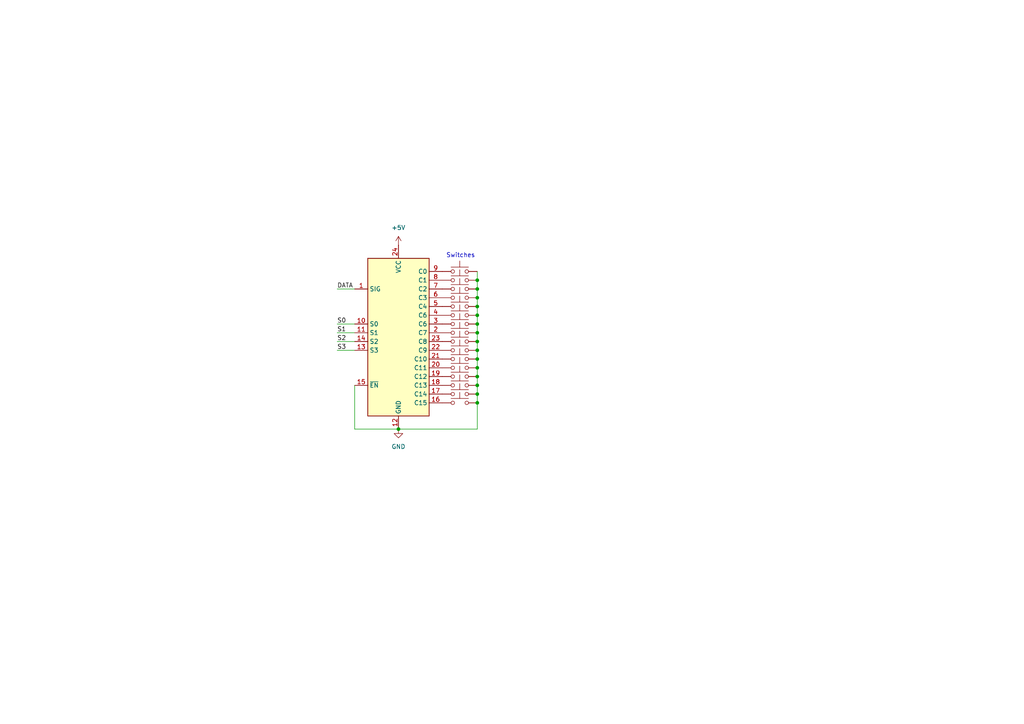
<source format=kicad_sch>
(kicad_sch (version 20231120) (generator "eeschema") (generator_version "8.0")
  (paper "A4")
  (lib_symbols
    (symbol "74xx:CD74HC4067M"
      (symbol "CD74HC4067M_0_1"
        (rectangle (start -8.89 21.59) (end 8.89 -24.13) (stroke (width 0.254)) (fill (type background)))
      )
      (symbol "CD74HC4067M_1_1"
        (pin passive line (at -12.7 12.7 0) (length 3.81) (name "SIG") (number "1"))
        (pin input line (at -12.7 2.54 0) (length 3.81) (name "S0") (number "10"))
        (pin input line (at -12.7 0 0) (length 3.81) (name "S1") (number "11"))
        (pin power_in line (at 0 -27.94 90) (length 3.81) (name "GND") (number "12"))
        (pin input line (at -12.7 -5.08 0) (length 3.81) (name "S3") (number "13"))
        (pin input line (at -12.7 -2.54 0) (length 3.81) (name "S2") (number "14"))
        (pin input line (at -12.7 -15.24 0) (length 3.81) (name "~{EN}") (number "15"))
        (pin passive line (at 12.7 -20.32 180) (length 3.81) (name "C15") (number "16"))
        (pin passive line (at 12.7 -17.78 180) (length 3.81) (name "C14") (number "17"))
        (pin passive line (at 12.7 -15.24 180) (length 3.81) (name "C13") (number "18"))
        (pin passive line (at 12.7 -12.7 180) (length 3.81) (name "C12") (number "19"))
        (pin passive line (at 12.7 0 180) (length 3.81) (name "C7") (number "2"))
        (pin passive line (at 12.7 -10.16 180) (length 3.81) (name "C11") (number "20"))
        (pin passive line (at 12.7 -7.62 180) (length 3.81) (name "C10") (number "21"))
        (pin passive line (at 12.7 -5.08 180) (length 3.81) (name "C9") (number "22"))
        (pin passive line (at 12.7 -2.54 180) (length 3.81) (name "C8") (number "23"))
        (pin power_in line (at 0 25.4 270) (length 3.81) (name "VCC") (number "24"))
        (pin passive line (at 12.7 2.54 180) (length 3.81) (name "C6") (number "3"))
        (pin passive line (at 12.7 5.08 180) (length 3.81) (name "C6") (number "4"))
        (pin passive line (at 12.7 7.62 180) (length 3.81) (name "C4") (number "5"))
        (pin passive line (at 12.7 10.16 180) (length 3.81) (name "C3") (number "6"))
        (pin passive line (at 12.7 12.7 180) (length 3.81) (name "C2") (number "7"))
        (pin passive line (at 12.7 15.24 180) (length 3.81) (name "C1") (number "8"))
        (pin passive line (at 12.7 17.78 180) (length 3.81) (name "C0") (number "9"))
      )
    )
    (symbol "Switch:SW_Push" (pin_numbers hide) (pin_names (offset 1.016) hide)
      (property "Reference" "SW" (at 1.27 2.54 0))
      (property "Value" "SW_Push" (at 0 -1.524 0))
      (symbol "SW_Push_0_1"
        (circle (center -2.032 0) (radius 0.508))
        (polyline (pts (xy 0 1.27) (xy 0 3.048)))
        (polyline (pts (xy 2.54 1.27) (xy -2.54 1.27)))
        (circle (center 2.032 0) (radius 0.508))
        (pin passive line (at -5.08 0 0) (length 2.54) (name "1") (number "1"))
        (pin passive line (at 5.08 0 180) (length 2.54) (name "2") (number "2"))
      )
    )
    (symbol "power:+5V" (power) (pin_numbers hide) (pin_names (offset 0) hide)
      (property "Value" "+5V" (at 0 3.556 0))
      (symbol "+5V_0_1"
        (polyline (pts (xy -0.762 1.27) (xy 0 2.54)))
        (polyline (pts (xy 0 0) (xy 0 2.54)))
        (polyline (pts (xy 0 2.54) (xy 0.762 1.27)))
      )
      (symbol "+5V_1_1"
        (pin power_in line (at 0 0 90) (length 0) (name "~") (number "1"))
      )
    )
    (symbol "power:GND" (power) (pin_numbers hide) (pin_names (offset 0) hide)
      (property "Value" "GND" (at 0 -3.81 0))
      (symbol "GND_0_1"
        (polyline (pts (xy 0 0) (xy 0 -1.27) (xy 1.27 -1.27) (xy 0 -2.54) (xy -1.27 -1.27) (xy 0 -1.27)))
      )
      (symbol "GND_1_1"
        (pin power_in line (at 0 0 270) (length 0) (name "~") (number "1"))
      )
    )
  )
  (junction (at 138.43 111.76))
  (junction (at 138.43 93.98))
  (junction (at 138.43 114.3))
  (junction (at 138.43 96.52))
  (junction (at 138.43 91.44))
  (junction (at 138.43 109.22))
  (junction (at 138.43 99.06))
  (junction (at 138.43 83.82))
  (junction (at 138.43 86.36))
  (junction (at 138.43 106.68))
  (junction (at 138.43 88.9))
  (junction (at 138.43 104.14))
  (junction (at 138.43 116.84))
  (junction (at 115.57 124.46))
  (junction (at 138.43 81.28))
  (junction (at 138.43 101.6))
  (wire (pts (xy 138.43 96.52) (xy 138.43 99.06)))
  (wire (pts (xy 102.87 124.46) (xy 115.57 124.46)))
  (wire (pts (xy 138.43 124.46) (xy 115.57 124.46)))
  (wire (pts (xy 102.87 111.76) (xy 102.87 124.46)))
  (wire (pts (xy 97.79 83.82) (xy 102.87 83.82)))
  (wire (pts (xy 97.79 93.98) (xy 102.87 93.98)))
  (wire (pts (xy 138.43 116.84) (xy 138.43 124.46)))
  (wire (pts (xy 138.43 109.22) (xy 138.43 111.76)))
  (wire (pts (xy 138.43 104.14) (xy 138.43 106.68)))
  (wire (pts (xy 138.43 106.68) (xy 138.43 109.22)))
  (wire (pts (xy 138.43 78.74) (xy 138.43 81.28)))
  (wire (pts (xy 97.79 99.06) (xy 102.87 99.06)))
  (wire (pts (xy 138.43 88.9) (xy 138.43 91.44)))
  (wire (pts (xy 138.43 101.6) (xy 138.43 104.14)))
  (wire (pts (xy 97.79 96.52) (xy 102.87 96.52)))
  (wire (pts (xy 97.79 101.6) (xy 102.87 101.6)))
  (wire (pts (xy 138.43 99.06) (xy 138.43 101.6)))
  (wire (pts (xy 138.43 81.28) (xy 138.43 83.82)))
  (wire (pts (xy 138.43 86.36) (xy 138.43 88.9)))
  (wire (pts (xy 138.43 83.82) (xy 138.43 86.36)))
  (wire (pts (xy 138.43 114.3) (xy 138.43 116.84)))
  (wire (pts (xy 138.43 111.76) (xy 138.43 114.3)))
  (wire (pts (xy 138.43 93.98) (xy 138.43 96.52)))
  (wire (pts (xy 138.43 91.44) (xy 138.43 93.98)))
  (text "Switches" (at 133.604 74.168 0) (effects (font (size 1.27 1.27))))
  (label "S0" (at 97.79 93.98 0))
  (label "S2" (at 97.79 99.06 0))
  (label "S1" (at 97.79 96.52 0))
  (label "DATA" (at 97.79 83.82 0))
  (label "S3" (at 97.79 101.6 0))
  (symbol (lib_id "Switch:SW_Push") (at 133.35 86.36 0) (unit 1)
    (property "Reference" "SW4" (effects (hide yes)))
    (property "Value" "SW_Push" (effects (hide yes)))
    (property "Description" "Push button switch, generic, two pins" (effects (hide yes)))
  )
  (symbol (lib_id "Switch:SW_Push") (at 133.35 114.3 0) (unit 1)
    (property "Reference" "SW15" (effects (hide yes)))
    (property "Value" "SW_Push" (effects (hide yes)))
    (property "Description" "Push button switch, generic, two pins" (effects (hide yes)))
  )
  (symbol (lib_id "Switch:SW_Push") (at 133.35 109.22 0) (unit 1)
    (property "Reference" "SW13" (effects (hide yes)))
    (property "Value" "SW_Push" (effects (hide yes)))
    (property "Description" "Push button switch, generic, two pins" (effects (hide yes)))
  )
  (symbol (lib_id "Switch:SW_Push") (at 133.35 99.06 0) (unit 1)
    (property "Reference" "SW9" (effects (hide yes)))
    (property "Value" "SW_Push" (effects (hide yes)))
    (property "Description" "Push button switch, generic, two pins" (effects (hide yes)))
  )
  (symbol (lib_id "Switch:SW_Push") (at 133.35 116.84 0) (unit 1)
    (property "Reference" "SW16" (effects (hide yes)))
    (property "Value" "SW_Push" (effects (hide yes)))
    (property "Description" "Push button switch, generic, two pins" (effects (hide yes)))
  )
  (symbol (lib_id "Switch:SW_Push") (at 133.35 96.52 0) (unit 1)
    (property "Reference" "SW8" (effects (hide yes)))
    (property "Value" "SW_Push" (effects (hide yes)))
    (property "Description" "Push button switch, generic, two pins" (effects (hide yes)))
  )
  (symbol (lib_id "Switch:SW_Push") (at 133.35 91.44 0) (unit 1)
    (property "Reference" "SW6" (effects (hide yes)))
    (property "Value" "SW_Push" (effects (hide yes)))
    (property "Description" "Push button switch, generic, two pins" (effects (hide yes)))
  )
  (symbol (lib_id "Switch:SW_Push") (at 133.35 88.9 0) (unit 1)
    (property "Reference" "SW5" (effects (hide yes)))
    (property "Value" "SW_Push" (effects (hide yes)))
    (property "Description" "Push button switch, generic, two pins" (effects (hide yes)))
  )
  (symbol (lib_id "Switch:SW_Push") (at 133.35 106.68 0) (unit 1)
    (property "Reference" "SW12" (effects (hide yes)))
    (property "Value" "SW_Push" (effects (hide yes)))
    (property "Description" "Push button switch, generic, two pins" (effects (hide yes)))
  )
  (symbol (lib_id "Switch:SW_Push") (at 133.35 81.28 0) (unit 1)
    (property "Reference" "SW2" (effects (hide yes)))
    (property "Value" "SW_Push" (effects (hide yes)))
    (property "Description" "Push button switch, generic, two pins" (effects (hide yes)))
  )
  (symbol (lib_id "Switch:SW_Push") (at 133.35 78.74 0) (unit 1)
    (property "Reference" "SW1" (effects (hide yes)))
    (property "Value" "SW_Push" (effects (hide yes)))
    (property "Description" "Push button switch, generic, two pins" (effects (hide yes)))
  )
  (symbol (lib_id "Switch:SW_Push") (at 133.35 83.82 0) (unit 1)
    (property "Reference" "SW3" (effects (hide yes)))
    (property "Value" "SW_Push" (effects (hide yes)))
    (property "Description" "Push button switch, generic, two pins" (effects (hide yes)))
  )
  (symbol (lib_id "power:GND") (at 115.57 124.46 0) (unit 1)
    (property "Reference" "#PWR02" (effects (hide yes)))
    (property "Value" "GND" (at 115.57 129.54 0))
    (property "Description" "Power symbol creates a global label with name \"GND\" , ground" (effects (hide yes)))
  )
  (symbol (lib_id "74xx:CD74HC4067M") (at 115.57 96.52 0) (unit 1)
    (property "Reference" "U1" (effects (hide yes)))
    (property "Value" "CD74HC4067M" (effects (hide yes)))
    (property "Footprint" "Package_SO:SOIC-24W_7.5x15.4mm_P1.27mm" (effects (hide yes)))
    (property "Datasheet" "http://www.ti.com/lit/ds/symlink/cd74hc4067.pdf" (effects (hide yes)))
    (property "Description" "High-Speed CMOS Logic 16-Channel Analog Multiplexer/Demultiplexer, SOIC-24" (effects (hide yes)))
  )
  (symbol (lib_id "Switch:SW_Push") (at 133.35 101.6 0) (unit 1)
    (property "Reference" "SW10" (effects (hide yes)))
    (property "Value" "SW_Push" (effects (hide yes)))
    (property "Description" "Push button switch, generic, two pins" (effects (hide yes)))
  )
  (symbol (lib_id "Switch:SW_Push") (at 133.35 111.76 0) (unit 1)
    (property "Reference" "SW14" (effects (hide yes)))
    (property "Value" "SW_Push" (effects (hide yes)))
    (property "Description" "Push button switch, generic, two pins" (effects (hide yes)))
  )
  (symbol (lib_id "Switch:SW_Push") (at 133.35 104.14 0) (unit 1)
    (property "Reference" "SW11" (effects (hide yes)))
    (property "Value" "SW_Push" (effects (hide yes)))
    (property "Description" "Push button switch, generic, two pins" (effects (hide yes)))
  )
  (symbol (lib_id "power:+5V") (at 115.57 71.12 0) (unit 1)
    (property "Reference" "#PWR01" (effects (hide yes)))
    (property "Value" "+5V" (at 115.57 66.04 0))
    (property "Description" "Power symbol creates a global label with name \"+5V\"" (effects (hide yes)))
  )
  (symbol (lib_id "Switch:SW_Push") (at 133.35 93.98 0) (unit 1)
    (property "Reference" "SW7" (effects (hide yes)))
    (property "Value" "SW_Push" (effects (hide yes)))
    (property "Description" "Push button switch, generic, two pins" (effects (hide yes)))
  )
)
</source>
